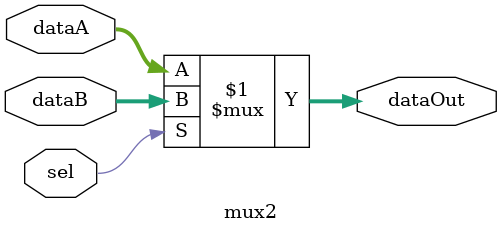
<source format=v>
module mux2( sel, dataA, dataB, dataOut );
  parameter bitwidth = 32;
  input sel;
  input  [bitwidth-1:0] dataA,dataB;
  output [bitwidth-1:0] dataOut;
  assign dataOut = sel ? dataB : dataA;
endmodule

</source>
